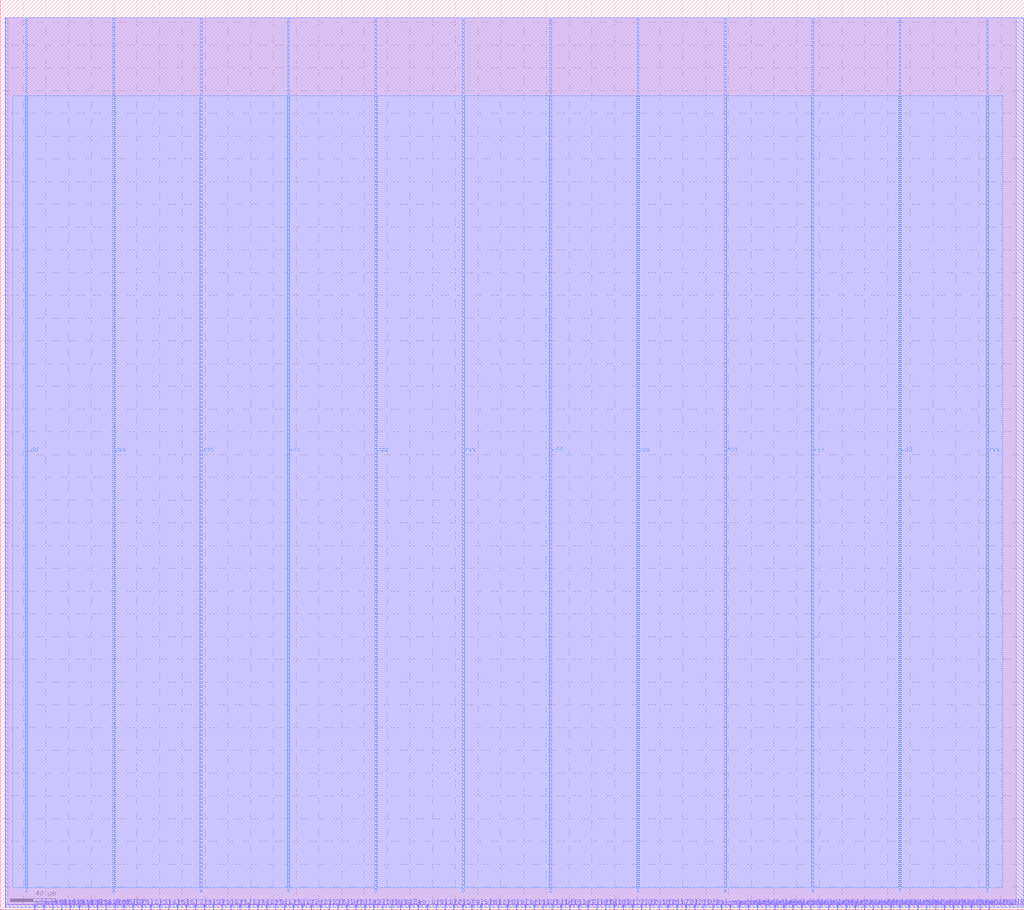
<source format=lef>
VERSION 5.7 ;
  NOWIREEXTENSIONATPIN ON ;
  DIVIDERCHAR "/" ;
  BUSBITCHARS "[]" ;
MACRO minimax_rf
  CLASS BLOCK ;
  FOREIGN minimax_rf ;
  ORIGIN 0.000 0.000 ;
  SIZE 900.000 BY 800.000 ;
  PIN addrD[0]
    DIRECTION INPUT ;
    USE SIGNAL ;
    PORT
      LAYER Metal2 ;
        RECT 30.240 0.000 30.800 4.000 ;
    END
  END addrD[0]
  PIN addrD[1]
    DIRECTION INPUT ;
    USE SIGNAL ;
    PORT
      LAYER Metal2 ;
        RECT 38.080 0.000 38.640 4.000 ;
    END
  END addrD[1]
  PIN addrD[2]
    DIRECTION INPUT ;
    USE SIGNAL ;
    PORT
      LAYER Metal2 ;
        RECT 45.920 0.000 46.480 4.000 ;
    END
  END addrD[2]
  PIN addrD[3]
    DIRECTION INPUT ;
    USE SIGNAL ;
    PORT
      LAYER Metal2 ;
        RECT 53.760 0.000 54.320 4.000 ;
    END
  END addrD[3]
  PIN addrD[4]
    DIRECTION INPUT ;
    USE SIGNAL ;
    PORT
      LAYER Metal2 ;
        RECT 61.600 0.000 62.160 4.000 ;
    END
  END addrD[4]
  PIN addrS[0]
    DIRECTION INPUT ;
    USE SIGNAL ;
    PORT
      LAYER Metal2 ;
        RECT 69.440 0.000 70.000 4.000 ;
    END
  END addrS[0]
  PIN addrS[1]
    DIRECTION INPUT ;
    USE SIGNAL ;
    PORT
      LAYER Metal2 ;
        RECT 77.280 0.000 77.840 4.000 ;
    END
  END addrS[1]
  PIN addrS[2]
    DIRECTION INPUT ;
    USE SIGNAL ;
    PORT
      LAYER Metal2 ;
        RECT 85.120 0.000 85.680 4.000 ;
    END
  END addrS[2]
  PIN addrS[3]
    DIRECTION INPUT ;
    USE SIGNAL ;
    PORT
      LAYER Metal2 ;
        RECT 92.960 0.000 93.520 4.000 ;
    END
  END addrS[3]
  PIN addrS[4]
    DIRECTION INPUT ;
    USE SIGNAL ;
    PORT
      LAYER Metal2 ;
        RECT 100.800 0.000 101.360 4.000 ;
    END
  END addrS[4]
  PIN clk
    DIRECTION INPUT ;
    USE SIGNAL ;
    PORT
      LAYER Metal2 ;
        RECT 359.520 0.000 360.080 4.000 ;
    END
  END clk
  PIN new_value[0]
    DIRECTION INPUT ;
    USE SIGNAL ;
    PORT
      LAYER Metal2 ;
        RECT 626.080 0.000 626.640 4.000 ;
    END
  END new_value[0]
  PIN new_value[10]
    DIRECTION INPUT ;
    USE SIGNAL ;
    PORT
      LAYER Metal2 ;
        RECT 704.480 0.000 705.040 4.000 ;
    END
  END new_value[10]
  PIN new_value[11]
    DIRECTION INPUT ;
    USE SIGNAL ;
    PORT
      LAYER Metal2 ;
        RECT 712.320 0.000 712.880 4.000 ;
    END
  END new_value[11]
  PIN new_value[12]
    DIRECTION INPUT ;
    USE SIGNAL ;
    PORT
      LAYER Metal2 ;
        RECT 720.160 0.000 720.720 4.000 ;
    END
  END new_value[12]
  PIN new_value[13]
    DIRECTION INPUT ;
    USE SIGNAL ;
    PORT
      LAYER Metal2 ;
        RECT 728.000 0.000 728.560 4.000 ;
    END
  END new_value[13]
  PIN new_value[14]
    DIRECTION INPUT ;
    USE SIGNAL ;
    PORT
      LAYER Metal2 ;
        RECT 735.840 0.000 736.400 4.000 ;
    END
  END new_value[14]
  PIN new_value[15]
    DIRECTION INPUT ;
    USE SIGNAL ;
    PORT
      LAYER Metal2 ;
        RECT 743.680 0.000 744.240 4.000 ;
    END
  END new_value[15]
  PIN new_value[16]
    DIRECTION INPUT ;
    USE SIGNAL ;
    PORT
      LAYER Metal2 ;
        RECT 751.520 0.000 752.080 4.000 ;
    END
  END new_value[16]
  PIN new_value[17]
    DIRECTION INPUT ;
    USE SIGNAL ;
    PORT
      LAYER Metal2 ;
        RECT 759.360 0.000 759.920 4.000 ;
    END
  END new_value[17]
  PIN new_value[18]
    DIRECTION INPUT ;
    USE SIGNAL ;
    PORT
      LAYER Metal2 ;
        RECT 767.200 0.000 767.760 4.000 ;
    END
  END new_value[18]
  PIN new_value[19]
    DIRECTION INPUT ;
    USE SIGNAL ;
    PORT
      LAYER Metal2 ;
        RECT 775.040 0.000 775.600 4.000 ;
    END
  END new_value[19]
  PIN new_value[1]
    DIRECTION INPUT ;
    USE SIGNAL ;
    PORT
      LAYER Metal2 ;
        RECT 633.920 0.000 634.480 4.000 ;
    END
  END new_value[1]
  PIN new_value[20]
    DIRECTION INPUT ;
    USE SIGNAL ;
    PORT
      LAYER Metal2 ;
        RECT 782.880 0.000 783.440 4.000 ;
    END
  END new_value[20]
  PIN new_value[21]
    DIRECTION INPUT ;
    USE SIGNAL ;
    PORT
      LAYER Metal2 ;
        RECT 790.720 0.000 791.280 4.000 ;
    END
  END new_value[21]
  PIN new_value[22]
    DIRECTION INPUT ;
    USE SIGNAL ;
    PORT
      LAYER Metal2 ;
        RECT 798.560 0.000 799.120 4.000 ;
    END
  END new_value[22]
  PIN new_value[23]
    DIRECTION INPUT ;
    USE SIGNAL ;
    PORT
      LAYER Metal2 ;
        RECT 806.400 0.000 806.960 4.000 ;
    END
  END new_value[23]
  PIN new_value[24]
    DIRECTION INPUT ;
    USE SIGNAL ;
    PORT
      LAYER Metal2 ;
        RECT 814.240 0.000 814.800 4.000 ;
    END
  END new_value[24]
  PIN new_value[25]
    DIRECTION INPUT ;
    USE SIGNAL ;
    PORT
      LAYER Metal2 ;
        RECT 822.080 0.000 822.640 4.000 ;
    END
  END new_value[25]
  PIN new_value[26]
    DIRECTION INPUT ;
    USE SIGNAL ;
    PORT
      LAYER Metal2 ;
        RECT 829.920 0.000 830.480 4.000 ;
    END
  END new_value[26]
  PIN new_value[27]
    DIRECTION INPUT ;
    USE SIGNAL ;
    PORT
      LAYER Metal2 ;
        RECT 837.760 0.000 838.320 4.000 ;
    END
  END new_value[27]
  PIN new_value[28]
    DIRECTION INPUT ;
    USE SIGNAL ;
    PORT
      LAYER Metal2 ;
        RECT 845.600 0.000 846.160 4.000 ;
    END
  END new_value[28]
  PIN new_value[29]
    DIRECTION INPUT ;
    USE SIGNAL ;
    PORT
      LAYER Metal2 ;
        RECT 853.440 0.000 854.000 4.000 ;
    END
  END new_value[29]
  PIN new_value[2]
    DIRECTION INPUT ;
    USE SIGNAL ;
    PORT
      LAYER Metal2 ;
        RECT 641.760 0.000 642.320 4.000 ;
    END
  END new_value[2]
  PIN new_value[30]
    DIRECTION INPUT ;
    USE SIGNAL ;
    PORT
      LAYER Metal2 ;
        RECT 861.280 0.000 861.840 4.000 ;
    END
  END new_value[30]
  PIN new_value[31]
    DIRECTION INPUT ;
    USE SIGNAL ;
    PORT
      LAYER Metal2 ;
        RECT 869.120 0.000 869.680 4.000 ;
    END
  END new_value[31]
  PIN new_value[3]
    DIRECTION INPUT ;
    USE SIGNAL ;
    PORT
      LAYER Metal2 ;
        RECT 649.600 0.000 650.160 4.000 ;
    END
  END new_value[3]
  PIN new_value[4]
    DIRECTION INPUT ;
    USE SIGNAL ;
    PORT
      LAYER Metal2 ;
        RECT 657.440 0.000 658.000 4.000 ;
    END
  END new_value[4]
  PIN new_value[5]
    DIRECTION INPUT ;
    USE SIGNAL ;
    PORT
      LAYER Metal2 ;
        RECT 665.280 0.000 665.840 4.000 ;
    END
  END new_value[5]
  PIN new_value[6]
    DIRECTION INPUT ;
    USE SIGNAL ;
    PORT
      LAYER Metal2 ;
        RECT 673.120 0.000 673.680 4.000 ;
    END
  END new_value[6]
  PIN new_value[7]
    DIRECTION INPUT ;
    USE SIGNAL ;
    PORT
      LAYER Metal2 ;
        RECT 680.960 0.000 681.520 4.000 ;
    END
  END new_value[7]
  PIN new_value[8]
    DIRECTION INPUT ;
    USE SIGNAL ;
    PORT
      LAYER Metal2 ;
        RECT 688.800 0.000 689.360 4.000 ;
    END
  END new_value[8]
  PIN new_value[9]
    DIRECTION INPUT ;
    USE SIGNAL ;
    PORT
      LAYER Metal2 ;
        RECT 696.640 0.000 697.200 4.000 ;
    END
  END new_value[9]
  PIN rD[0]
    DIRECTION OUTPUT TRISTATE ;
    USE SIGNAL ;
    PORT
      LAYER Metal2 ;
        RECT 375.200 0.000 375.760 4.000 ;
    END
  END rD[0]
  PIN rD[10]
    DIRECTION OUTPUT TRISTATE ;
    USE SIGNAL ;
    PORT
      LAYER Metal2 ;
        RECT 453.600 0.000 454.160 4.000 ;
    END
  END rD[10]
  PIN rD[11]
    DIRECTION OUTPUT TRISTATE ;
    USE SIGNAL ;
    PORT
      LAYER Metal2 ;
        RECT 461.440 0.000 462.000 4.000 ;
    END
  END rD[11]
  PIN rD[12]
    DIRECTION OUTPUT TRISTATE ;
    USE SIGNAL ;
    PORT
      LAYER Metal2 ;
        RECT 469.280 0.000 469.840 4.000 ;
    END
  END rD[12]
  PIN rD[13]
    DIRECTION OUTPUT TRISTATE ;
    USE SIGNAL ;
    PORT
      LAYER Metal2 ;
        RECT 477.120 0.000 477.680 4.000 ;
    END
  END rD[13]
  PIN rD[14]
    DIRECTION OUTPUT TRISTATE ;
    USE SIGNAL ;
    PORT
      LAYER Metal2 ;
        RECT 484.960 0.000 485.520 4.000 ;
    END
  END rD[14]
  PIN rD[15]
    DIRECTION OUTPUT TRISTATE ;
    USE SIGNAL ;
    PORT
      LAYER Metal2 ;
        RECT 492.800 0.000 493.360 4.000 ;
    END
  END rD[15]
  PIN rD[16]
    DIRECTION OUTPUT TRISTATE ;
    USE SIGNAL ;
    PORT
      LAYER Metal2 ;
        RECT 500.640 0.000 501.200 4.000 ;
    END
  END rD[16]
  PIN rD[17]
    DIRECTION OUTPUT TRISTATE ;
    USE SIGNAL ;
    PORT
      LAYER Metal2 ;
        RECT 508.480 0.000 509.040 4.000 ;
    END
  END rD[17]
  PIN rD[18]
    DIRECTION OUTPUT TRISTATE ;
    USE SIGNAL ;
    PORT
      LAYER Metal2 ;
        RECT 516.320 0.000 516.880 4.000 ;
    END
  END rD[18]
  PIN rD[19]
    DIRECTION OUTPUT TRISTATE ;
    USE SIGNAL ;
    PORT
      LAYER Metal2 ;
        RECT 524.160 0.000 524.720 4.000 ;
    END
  END rD[19]
  PIN rD[1]
    DIRECTION OUTPUT TRISTATE ;
    USE SIGNAL ;
    PORT
      LAYER Metal2 ;
        RECT 383.040 0.000 383.600 4.000 ;
    END
  END rD[1]
  PIN rD[20]
    DIRECTION OUTPUT TRISTATE ;
    USE SIGNAL ;
    PORT
      LAYER Metal2 ;
        RECT 532.000 0.000 532.560 4.000 ;
    END
  END rD[20]
  PIN rD[21]
    DIRECTION OUTPUT TRISTATE ;
    USE SIGNAL ;
    PORT
      LAYER Metal2 ;
        RECT 539.840 0.000 540.400 4.000 ;
    END
  END rD[21]
  PIN rD[22]
    DIRECTION OUTPUT TRISTATE ;
    USE SIGNAL ;
    PORT
      LAYER Metal2 ;
        RECT 547.680 0.000 548.240 4.000 ;
    END
  END rD[22]
  PIN rD[23]
    DIRECTION OUTPUT TRISTATE ;
    USE SIGNAL ;
    PORT
      LAYER Metal2 ;
        RECT 555.520 0.000 556.080 4.000 ;
    END
  END rD[23]
  PIN rD[24]
    DIRECTION OUTPUT TRISTATE ;
    USE SIGNAL ;
    PORT
      LAYER Metal2 ;
        RECT 563.360 0.000 563.920 4.000 ;
    END
  END rD[24]
  PIN rD[25]
    DIRECTION OUTPUT TRISTATE ;
    USE SIGNAL ;
    PORT
      LAYER Metal2 ;
        RECT 571.200 0.000 571.760 4.000 ;
    END
  END rD[25]
  PIN rD[26]
    DIRECTION OUTPUT TRISTATE ;
    USE SIGNAL ;
    PORT
      LAYER Metal2 ;
        RECT 579.040 0.000 579.600 4.000 ;
    END
  END rD[26]
  PIN rD[27]
    DIRECTION OUTPUT TRISTATE ;
    USE SIGNAL ;
    PORT
      LAYER Metal2 ;
        RECT 586.880 0.000 587.440 4.000 ;
    END
  END rD[27]
  PIN rD[28]
    DIRECTION OUTPUT TRISTATE ;
    USE SIGNAL ;
    PORT
      LAYER Metal2 ;
        RECT 594.720 0.000 595.280 4.000 ;
    END
  END rD[28]
  PIN rD[29]
    DIRECTION OUTPUT TRISTATE ;
    USE SIGNAL ;
    PORT
      LAYER Metal2 ;
        RECT 602.560 0.000 603.120 4.000 ;
    END
  END rD[29]
  PIN rD[2]
    DIRECTION OUTPUT TRISTATE ;
    USE SIGNAL ;
    PORT
      LAYER Metal2 ;
        RECT 390.880 0.000 391.440 4.000 ;
    END
  END rD[2]
  PIN rD[30]
    DIRECTION OUTPUT TRISTATE ;
    USE SIGNAL ;
    PORT
      LAYER Metal2 ;
        RECT 610.400 0.000 610.960 4.000 ;
    END
  END rD[30]
  PIN rD[31]
    DIRECTION OUTPUT TRISTATE ;
    USE SIGNAL ;
    PORT
      LAYER Metal2 ;
        RECT 618.240 0.000 618.800 4.000 ;
    END
  END rD[31]
  PIN rD[3]
    DIRECTION OUTPUT TRISTATE ;
    USE SIGNAL ;
    PORT
      LAYER Metal2 ;
        RECT 398.720 0.000 399.280 4.000 ;
    END
  END rD[3]
  PIN rD[4]
    DIRECTION OUTPUT TRISTATE ;
    USE SIGNAL ;
    PORT
      LAYER Metal2 ;
        RECT 406.560 0.000 407.120 4.000 ;
    END
  END rD[4]
  PIN rD[5]
    DIRECTION OUTPUT TRISTATE ;
    USE SIGNAL ;
    PORT
      LAYER Metal2 ;
        RECT 414.400 0.000 414.960 4.000 ;
    END
  END rD[5]
  PIN rD[6]
    DIRECTION OUTPUT TRISTATE ;
    USE SIGNAL ;
    PORT
      LAYER Metal2 ;
        RECT 422.240 0.000 422.800 4.000 ;
    END
  END rD[6]
  PIN rD[7]
    DIRECTION OUTPUT TRISTATE ;
    USE SIGNAL ;
    PORT
      LAYER Metal2 ;
        RECT 430.080 0.000 430.640 4.000 ;
    END
  END rD[7]
  PIN rD[8]
    DIRECTION OUTPUT TRISTATE ;
    USE SIGNAL ;
    PORT
      LAYER Metal2 ;
        RECT 437.920 0.000 438.480 4.000 ;
    END
  END rD[8]
  PIN rD[9]
    DIRECTION OUTPUT TRISTATE ;
    USE SIGNAL ;
    PORT
      LAYER Metal2 ;
        RECT 445.760 0.000 446.320 4.000 ;
    END
  END rD[9]
  PIN rS[0]
    DIRECTION OUTPUT TRISTATE ;
    USE SIGNAL ;
    PORT
      LAYER Metal2 ;
        RECT 108.640 0.000 109.200 4.000 ;
    END
  END rS[0]
  PIN rS[10]
    DIRECTION OUTPUT TRISTATE ;
    USE SIGNAL ;
    PORT
      LAYER Metal2 ;
        RECT 187.040 0.000 187.600 4.000 ;
    END
  END rS[10]
  PIN rS[11]
    DIRECTION OUTPUT TRISTATE ;
    USE SIGNAL ;
    PORT
      LAYER Metal2 ;
        RECT 194.880 0.000 195.440 4.000 ;
    END
  END rS[11]
  PIN rS[12]
    DIRECTION OUTPUT TRISTATE ;
    USE SIGNAL ;
    PORT
      LAYER Metal2 ;
        RECT 202.720 0.000 203.280 4.000 ;
    END
  END rS[12]
  PIN rS[13]
    DIRECTION OUTPUT TRISTATE ;
    USE SIGNAL ;
    PORT
      LAYER Metal2 ;
        RECT 210.560 0.000 211.120 4.000 ;
    END
  END rS[13]
  PIN rS[14]
    DIRECTION OUTPUT TRISTATE ;
    USE SIGNAL ;
    PORT
      LAYER Metal2 ;
        RECT 218.400 0.000 218.960 4.000 ;
    END
  END rS[14]
  PIN rS[15]
    DIRECTION OUTPUT TRISTATE ;
    USE SIGNAL ;
    PORT
      LAYER Metal2 ;
        RECT 226.240 0.000 226.800 4.000 ;
    END
  END rS[15]
  PIN rS[16]
    DIRECTION OUTPUT TRISTATE ;
    USE SIGNAL ;
    PORT
      LAYER Metal2 ;
        RECT 234.080 0.000 234.640 4.000 ;
    END
  END rS[16]
  PIN rS[17]
    DIRECTION OUTPUT TRISTATE ;
    USE SIGNAL ;
    PORT
      LAYER Metal2 ;
        RECT 241.920 0.000 242.480 4.000 ;
    END
  END rS[17]
  PIN rS[18]
    DIRECTION OUTPUT TRISTATE ;
    USE SIGNAL ;
    PORT
      LAYER Metal2 ;
        RECT 249.760 0.000 250.320 4.000 ;
    END
  END rS[18]
  PIN rS[19]
    DIRECTION OUTPUT TRISTATE ;
    USE SIGNAL ;
    PORT
      LAYER Metal2 ;
        RECT 257.600 0.000 258.160 4.000 ;
    END
  END rS[19]
  PIN rS[1]
    DIRECTION OUTPUT TRISTATE ;
    USE SIGNAL ;
    PORT
      LAYER Metal2 ;
        RECT 116.480 0.000 117.040 4.000 ;
    END
  END rS[1]
  PIN rS[20]
    DIRECTION OUTPUT TRISTATE ;
    USE SIGNAL ;
    PORT
      LAYER Metal2 ;
        RECT 265.440 0.000 266.000 4.000 ;
    END
  END rS[20]
  PIN rS[21]
    DIRECTION OUTPUT TRISTATE ;
    USE SIGNAL ;
    PORT
      LAYER Metal2 ;
        RECT 273.280 0.000 273.840 4.000 ;
    END
  END rS[21]
  PIN rS[22]
    DIRECTION OUTPUT TRISTATE ;
    USE SIGNAL ;
    PORT
      LAYER Metal2 ;
        RECT 281.120 0.000 281.680 4.000 ;
    END
  END rS[22]
  PIN rS[23]
    DIRECTION OUTPUT TRISTATE ;
    USE SIGNAL ;
    PORT
      LAYER Metal2 ;
        RECT 288.960 0.000 289.520 4.000 ;
    END
  END rS[23]
  PIN rS[24]
    DIRECTION OUTPUT TRISTATE ;
    USE SIGNAL ;
    PORT
      LAYER Metal2 ;
        RECT 296.800 0.000 297.360 4.000 ;
    END
  END rS[24]
  PIN rS[25]
    DIRECTION OUTPUT TRISTATE ;
    USE SIGNAL ;
    PORT
      LAYER Metal2 ;
        RECT 304.640 0.000 305.200 4.000 ;
    END
  END rS[25]
  PIN rS[26]
    DIRECTION OUTPUT TRISTATE ;
    USE SIGNAL ;
    PORT
      LAYER Metal2 ;
        RECT 312.480 0.000 313.040 4.000 ;
    END
  END rS[26]
  PIN rS[27]
    DIRECTION OUTPUT TRISTATE ;
    USE SIGNAL ;
    PORT
      LAYER Metal2 ;
        RECT 320.320 0.000 320.880 4.000 ;
    END
  END rS[27]
  PIN rS[28]
    DIRECTION OUTPUT TRISTATE ;
    USE SIGNAL ;
    PORT
      LAYER Metal2 ;
        RECT 328.160 0.000 328.720 4.000 ;
    END
  END rS[28]
  PIN rS[29]
    DIRECTION OUTPUT TRISTATE ;
    USE SIGNAL ;
    PORT
      LAYER Metal2 ;
        RECT 336.000 0.000 336.560 4.000 ;
    END
  END rS[29]
  PIN rS[2]
    DIRECTION OUTPUT TRISTATE ;
    USE SIGNAL ;
    PORT
      LAYER Metal2 ;
        RECT 124.320 0.000 124.880 4.000 ;
    END
  END rS[2]
  PIN rS[30]
    DIRECTION OUTPUT TRISTATE ;
    USE SIGNAL ;
    PORT
      LAYER Metal2 ;
        RECT 343.840 0.000 344.400 4.000 ;
    END
  END rS[30]
  PIN rS[31]
    DIRECTION OUTPUT TRISTATE ;
    USE SIGNAL ;
    PORT
      LAYER Metal2 ;
        RECT 351.680 0.000 352.240 4.000 ;
    END
  END rS[31]
  PIN rS[3]
    DIRECTION OUTPUT TRISTATE ;
    USE SIGNAL ;
    PORT
      LAYER Metal2 ;
        RECT 132.160 0.000 132.720 4.000 ;
    END
  END rS[3]
  PIN rS[4]
    DIRECTION OUTPUT TRISTATE ;
    USE SIGNAL ;
    PORT
      LAYER Metal2 ;
        RECT 140.000 0.000 140.560 4.000 ;
    END
  END rS[4]
  PIN rS[5]
    DIRECTION OUTPUT TRISTATE ;
    USE SIGNAL ;
    PORT
      LAYER Metal2 ;
        RECT 147.840 0.000 148.400 4.000 ;
    END
  END rS[5]
  PIN rS[6]
    DIRECTION OUTPUT TRISTATE ;
    USE SIGNAL ;
    PORT
      LAYER Metal2 ;
        RECT 155.680 0.000 156.240 4.000 ;
    END
  END rS[6]
  PIN rS[7]
    DIRECTION OUTPUT TRISTATE ;
    USE SIGNAL ;
    PORT
      LAYER Metal2 ;
        RECT 163.520 0.000 164.080 4.000 ;
    END
  END rS[7]
  PIN rS[8]
    DIRECTION OUTPUT TRISTATE ;
    USE SIGNAL ;
    PORT
      LAYER Metal2 ;
        RECT 171.360 0.000 171.920 4.000 ;
    END
  END rS[8]
  PIN rS[9]
    DIRECTION OUTPUT TRISTATE ;
    USE SIGNAL ;
    PORT
      LAYER Metal2 ;
        RECT 179.200 0.000 179.760 4.000 ;
    END
  END rS[9]
  PIN vdd
    DIRECTION INOUT ;
    USE POWER ;
    PORT
      LAYER Metal4 ;
        RECT 22.240 15.380 23.840 784.300 ;
    END
    PORT
      LAYER Metal4 ;
        RECT 175.840 15.380 177.440 784.300 ;
    END
    PORT
      LAYER Metal4 ;
        RECT 329.440 15.380 331.040 784.300 ;
    END
    PORT
      LAYER Metal4 ;
        RECT 483.040 15.380 484.640 784.300 ;
    END
    PORT
      LAYER Metal4 ;
        RECT 636.640 15.380 638.240 784.300 ;
    END
    PORT
      LAYER Metal4 ;
        RECT 790.240 15.380 791.840 784.300 ;
    END
  END vdd
  PIN vss
    DIRECTION INOUT ;
    USE GROUND ;
    PORT
      LAYER Metal4 ;
        RECT 99.040 15.380 100.640 784.300 ;
    END
    PORT
      LAYER Metal4 ;
        RECT 252.640 15.380 254.240 784.300 ;
    END
    PORT
      LAYER Metal4 ;
        RECT 406.240 15.380 407.840 784.300 ;
    END
    PORT
      LAYER Metal4 ;
        RECT 559.840 15.380 561.440 784.300 ;
    END
    PORT
      LAYER Metal4 ;
        RECT 713.440 15.380 715.040 784.300 ;
    END
    PORT
      LAYER Metal4 ;
        RECT 867.040 15.380 868.640 784.300 ;
    END
  END vss
  PIN we
    DIRECTION INPUT ;
    USE SIGNAL ;
    PORT
      LAYER Metal2 ;
        RECT 367.360 0.000 367.920 4.000 ;
    END
  END we
  OBS
      LAYER Metal1 ;
        RECT 6.720 4.630 893.200 784.300 ;
      LAYER Metal2 ;
        RECT 4.620 4.300 899.780 784.190 ;
        RECT 4.620 2.330 29.940 4.300 ;
        RECT 31.100 2.330 37.780 4.300 ;
        RECT 38.940 2.330 45.620 4.300 ;
        RECT 46.780 2.330 53.460 4.300 ;
        RECT 54.620 2.330 61.300 4.300 ;
        RECT 62.460 2.330 69.140 4.300 ;
        RECT 70.300 2.330 76.980 4.300 ;
        RECT 78.140 2.330 84.820 4.300 ;
        RECT 85.980 2.330 92.660 4.300 ;
        RECT 93.820 2.330 100.500 4.300 ;
        RECT 101.660 2.330 108.340 4.300 ;
        RECT 109.500 2.330 116.180 4.300 ;
        RECT 117.340 2.330 124.020 4.300 ;
        RECT 125.180 2.330 131.860 4.300 ;
        RECT 133.020 2.330 139.700 4.300 ;
        RECT 140.860 2.330 147.540 4.300 ;
        RECT 148.700 2.330 155.380 4.300 ;
        RECT 156.540 2.330 163.220 4.300 ;
        RECT 164.380 2.330 171.060 4.300 ;
        RECT 172.220 2.330 178.900 4.300 ;
        RECT 180.060 2.330 186.740 4.300 ;
        RECT 187.900 2.330 194.580 4.300 ;
        RECT 195.740 2.330 202.420 4.300 ;
        RECT 203.580 2.330 210.260 4.300 ;
        RECT 211.420 2.330 218.100 4.300 ;
        RECT 219.260 2.330 225.940 4.300 ;
        RECT 227.100 2.330 233.780 4.300 ;
        RECT 234.940 2.330 241.620 4.300 ;
        RECT 242.780 2.330 249.460 4.300 ;
        RECT 250.620 2.330 257.300 4.300 ;
        RECT 258.460 2.330 265.140 4.300 ;
        RECT 266.300 2.330 272.980 4.300 ;
        RECT 274.140 2.330 280.820 4.300 ;
        RECT 281.980 2.330 288.660 4.300 ;
        RECT 289.820 2.330 296.500 4.300 ;
        RECT 297.660 2.330 304.340 4.300 ;
        RECT 305.500 2.330 312.180 4.300 ;
        RECT 313.340 2.330 320.020 4.300 ;
        RECT 321.180 2.330 327.860 4.300 ;
        RECT 329.020 2.330 335.700 4.300 ;
        RECT 336.860 2.330 343.540 4.300 ;
        RECT 344.700 2.330 351.380 4.300 ;
        RECT 352.540 2.330 359.220 4.300 ;
        RECT 360.380 2.330 367.060 4.300 ;
        RECT 368.220 2.330 374.900 4.300 ;
        RECT 376.060 2.330 382.740 4.300 ;
        RECT 383.900 2.330 390.580 4.300 ;
        RECT 391.740 2.330 398.420 4.300 ;
        RECT 399.580 2.330 406.260 4.300 ;
        RECT 407.420 2.330 414.100 4.300 ;
        RECT 415.260 2.330 421.940 4.300 ;
        RECT 423.100 2.330 429.780 4.300 ;
        RECT 430.940 2.330 437.620 4.300 ;
        RECT 438.780 2.330 445.460 4.300 ;
        RECT 446.620 2.330 453.300 4.300 ;
        RECT 454.460 2.330 461.140 4.300 ;
        RECT 462.300 2.330 468.980 4.300 ;
        RECT 470.140 2.330 476.820 4.300 ;
        RECT 477.980 2.330 484.660 4.300 ;
        RECT 485.820 2.330 492.500 4.300 ;
        RECT 493.660 2.330 500.340 4.300 ;
        RECT 501.500 2.330 508.180 4.300 ;
        RECT 509.340 2.330 516.020 4.300 ;
        RECT 517.180 2.330 523.860 4.300 ;
        RECT 525.020 2.330 531.700 4.300 ;
        RECT 532.860 2.330 539.540 4.300 ;
        RECT 540.700 2.330 547.380 4.300 ;
        RECT 548.540 2.330 555.220 4.300 ;
        RECT 556.380 2.330 563.060 4.300 ;
        RECT 564.220 2.330 570.900 4.300 ;
        RECT 572.060 2.330 578.740 4.300 ;
        RECT 579.900 2.330 586.580 4.300 ;
        RECT 587.740 2.330 594.420 4.300 ;
        RECT 595.580 2.330 602.260 4.300 ;
        RECT 603.420 2.330 610.100 4.300 ;
        RECT 611.260 2.330 617.940 4.300 ;
        RECT 619.100 2.330 625.780 4.300 ;
        RECT 626.940 2.330 633.620 4.300 ;
        RECT 634.780 2.330 641.460 4.300 ;
        RECT 642.620 2.330 649.300 4.300 ;
        RECT 650.460 2.330 657.140 4.300 ;
        RECT 658.300 2.330 664.980 4.300 ;
        RECT 666.140 2.330 672.820 4.300 ;
        RECT 673.980 2.330 680.660 4.300 ;
        RECT 681.820 2.330 688.500 4.300 ;
        RECT 689.660 2.330 696.340 4.300 ;
        RECT 697.500 2.330 704.180 4.300 ;
        RECT 705.340 2.330 712.020 4.300 ;
        RECT 713.180 2.330 719.860 4.300 ;
        RECT 721.020 2.330 727.700 4.300 ;
        RECT 728.860 2.330 735.540 4.300 ;
        RECT 736.700 2.330 743.380 4.300 ;
        RECT 744.540 2.330 751.220 4.300 ;
        RECT 752.380 2.330 759.060 4.300 ;
        RECT 760.220 2.330 766.900 4.300 ;
        RECT 768.060 2.330 774.740 4.300 ;
        RECT 775.900 2.330 782.580 4.300 ;
        RECT 783.740 2.330 790.420 4.300 ;
        RECT 791.580 2.330 798.260 4.300 ;
        RECT 799.420 2.330 806.100 4.300 ;
        RECT 807.260 2.330 813.940 4.300 ;
        RECT 815.100 2.330 821.780 4.300 ;
        RECT 822.940 2.330 829.620 4.300 ;
        RECT 830.780 2.330 837.460 4.300 ;
        RECT 838.620 2.330 845.300 4.300 ;
        RECT 846.460 2.330 853.140 4.300 ;
        RECT 854.300 2.330 860.980 4.300 ;
        RECT 862.140 2.330 868.820 4.300 ;
        RECT 869.980 2.330 899.780 4.300 ;
      LAYER Metal3 ;
        RECT 4.570 2.380 899.830 784.140 ;
      LAYER Metal4 ;
        RECT 10.780 19.130 21.940 715.590 ;
        RECT 24.140 19.130 98.740 715.590 ;
        RECT 100.940 19.130 175.540 715.590 ;
        RECT 177.740 19.130 252.340 715.590 ;
        RECT 254.540 19.130 329.140 715.590 ;
        RECT 331.340 19.130 405.940 715.590 ;
        RECT 408.140 19.130 482.740 715.590 ;
        RECT 484.940 19.130 559.540 715.590 ;
        RECT 561.740 19.130 636.340 715.590 ;
        RECT 638.540 19.130 713.140 715.590 ;
        RECT 715.340 19.130 789.940 715.590 ;
        RECT 792.140 19.130 866.740 715.590 ;
        RECT 868.940 19.130 881.300 715.590 ;
  END
END minimax_rf
END LIBRARY


</source>
